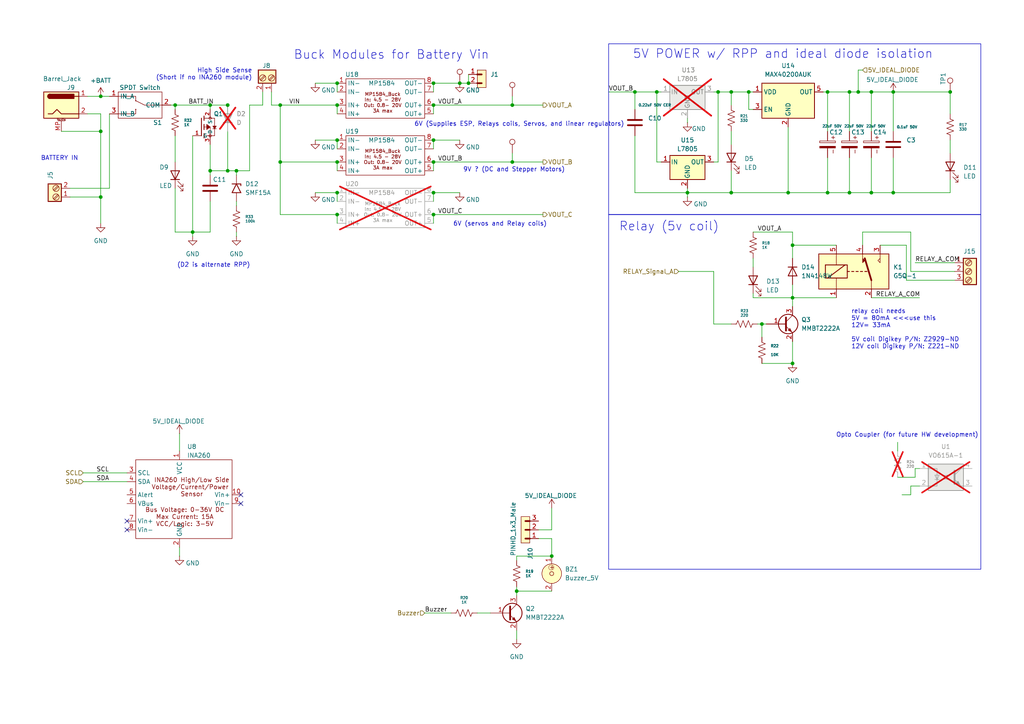
<source format=kicad_sch>
(kicad_sch (version 20231120) (generator "eeschema") (generator_version "8.0")
  (paper "A4")
  (title_block (title "IoT PlayGND") (date "Aug 26, 2025") (rev "1.1") (company "Ryan Bates [CMU MFI]"))
  (lib_symbols
    (symbol "Analog_Switch:MAX40200AUK"
      (property "Reference" "U" (at -6.35 6.35 0))
      (property "Value" "MAX40200AUK" (at 7.62 6.35 0))
      (symbol "MAX40200AUK_1_1"
        (pin power_in line (at -10.16 2.54 0) (length 2.54) (name "VDD") (number "1"))
        (pin power_in line (at 0 -7.62 90) (length 2.54) (name "GND") (number "2"))
        (pin input line (at -10.16 -2.54 0) (length 2.54) (name "EN") (number "3"))
        (pin no_connect line (at 7.62 -2.54 180) (length 2.54) hide (name "NC") (number "4"))
        (pin passive line (at 10.16 2.54 180) (length 2.54) (name "OUT") (number "5"))
      )
    )
    (symbol "Connector:Barrel_Jack_MountingPin" (pin_names hide)
      (property "Reference" "J" (at 0 5.334 0))
      (property "Value" "Barrel_Jack_MountingPin" (at 1.27 -6.35 0))
      (symbol "Barrel_Jack_MountingPin_1_1"
        (text "Mounting" (at 0 -4.191 0) (effects (font (size 0.381 0.381))))
        (pin passive line (at 7.62 2.54 180) (length 2.54) (name "~") (number "1"))
        (pin passive line (at 7.62 -2.54 180) (length 2.54) (name "~") (number "2"))
        (pin passive line (at 0 -7.62 90) (length 3.048) (name "MountPin") (number "MP"))
      )
    )
    (symbol "Connector:TestPoint" (pin_numbers hide) (pin_names (offset 0.762) hide)
      (property "Reference" "TP" (at 0 6.858 0))
      (property "Value" "TestPoint" (at 0 5.08 0))
      (symbol "TestPoint_1_1"
        (pin passive line (at 0 0 90) (length 2.54) (name "1") (number "1"))
      )
    )
    (symbol "Device:C" (pin_numbers hide) (pin_names (offset 0.254))
      (property "Reference" "C" (at 0.635 2.54 0))
      (property "Value" "C" (at 0.635 -2.54 0))
      (symbol "C_1_1"
        (pin passive line (at 0 3.81 270) (length 2.794) (name "~") (number "1"))
        (pin passive line (at 0 -3.81 90) (length 2.794) (name "~") (number "2"))
      )
    )
    (symbol "Device:D" (pin_numbers hide) (pin_names (offset 1.016) hide)
      (property "Reference" "D" (at 0 2.54 0))
      (property "Value" "D" (at 0 -2.54 0))
      (symbol "D_1_1"
        (pin passive line (at -3.81 0 0) (length 2.54) (name "K") (number "1"))
        (pin passive line (at 3.81 0 180) (length 2.54) (name "A") (number "2"))
      )
    )
    (symbol "Device:LED" (pin_numbers hide) (pin_names (offset 1.016) hide)
      (property "Reference" "D" (at 0 2.54 0))
      (property "Value" "LED" (at 0 -2.54 0))
      (symbol "LED_1_1"
        (pin passive line (at -3.81 0 0) (length 2.54) (name "K") (number "1"))
        (pin passive line (at 3.81 0 180) (length 2.54) (name "A") (number "2"))
      )
    )
    (symbol "Device:R_US" (pin_numbers hide) (pin_names (offset 0))
      (property "Reference" "R" (at 2.54 0 90))
      (property "Value" "R_US" (at -2.54 0 90))
      (symbol "R_US_1_1"
        (pin passive line (at 0 3.81 270) (length 1.27) (name "~") (number "1"))
        (pin passive line (at 0 -3.81 90) (length 1.27) (name "~") (number "2"))
      )
    )
    (symbol "Diode:1N4148W" (pin_numbers hide) (pin_names hide)
      (property "Reference" "D" (at 0 2.54 0))
      (property "Value" "1N4148W" (at 0 -2.54 0))
      (symbol "1N4148W_1_1"
        (pin passive line (at -3.81 0 0) (length 2.54) (name "K") (number "1"))
        (pin passive line (at 3.81 0 180) (length 2.54) (name "A") (number "2"))
      )
    )
    (symbol "Diode:SMF15A" (pin_numbers hide) (pin_names (offset 1.016) hide)
      (property "Reference" "D" (at 0 2.54 0))
      (property "Value" "SMF15A" (at 0 -2.54 0))
      (symbol "SMF15A_1_1"
        (pin passive line (at -3.81 0 0) (length 2.54) (name "A1") (number "1"))
        (pin passive line (at 3.81 0 180) (length 2.54) (name "A2") (number "2"))
      )
    )
    (symbol "Isolator:VO615A-1" (pin_names (offset 0.762))
      (property "Reference" "U" (at 0 7.62 0))
      (property "Value" "VO615A-1" (at 0 5.08 0))
      (symbol "VO615A-1_1_1"
        (pin passive line (at -7.62 2.54 0) (length 2.54) (name "~") (number "1"))
        (pin passive line (at -7.62 -2.54 0) (length 2.54) (name "~") (number "2"))
        (pin passive line (at 7.62 -2.54 180) (length 2.54) (name "~") (number "3"))
        (pin passive line (at 7.62 2.54 180) (length 2.54) (name "~") (number "4"))
      )
    )
    (symbol "PCM_SL_Devices:Buzzer_5V"
      (property "Reference" "BZ" (at 0 7.62 0))
      (property "Value" "Buzzer_5V" (at 0 5.08 0))
      (symbol "Buzzer_5V_0_0"
        (text "+" (at -1.778 0 0) (effects (font (size 1.27 1.27))))
      )
      (symbol "Buzzer_5V_1_1"
        (pin passive line (at -5.08 0 0) (length 2.2) (name "") (number "1"))
        (pin passive line (at 5.08 0 180) (length 2.2) (name "") (number "2"))
      )
    )
    (symbol "PCM_SL_Devices:Capacitor_PO"
      (property "Reference" "C" (at 0 7.62 0))
      (property "Value" "Capacitor_PO" (at 0 5.08 0))
      (symbol "Capacitor_PO_0_0"
        (text "+" (at -2.032 1.524 0) (effects (font (size 1.27 1.27))))
        (text "-" (at 2.032 1.524 0) (effects (font (size 1.27 1.27))))
      )
      (symbol "Capacitor_PO_1_1"
        (pin passive line (at -3.81 0 0) (length 2.7) (name "~") (number "1"))
        (pin input line (at 3.81 0 180) (length 2.7) (name "~") (number "2"))
      )
    )
    (symbol "PCM_SL_Pin_Headers:PINHD_1x2_Male"
      (property "Reference" "J" (at 0 6.35 0))
      (property "Value" "PINHD_1x2_Male" (at 0 3.81 0))
      (symbol "PINHD_1x2_Male_1_1"
        (pin passive line (at -3.81 1.27 0) (length 2.54) (name "") (number "1"))
        (pin passive line (at -3.81 -1.27 0) (length 2.54) (name "") (number "2"))
      )
    )
    (symbol "PCM_SL_Pin_Headers:PINHD_1x3_Male"
      (property "Reference" "J" (at 0 7.62 0))
      (property "Value" "PINHD_1x3_Male" (at 0 5.08 0))
      (symbol "PINHD_1x3_Male_1_1"
        (pin passive line (at -3.81 2.54 0) (length 2.54) (name "") (number "1"))
        (pin passive line (at -3.81 0 0) (length 2.54) (name "") (number "2"))
        (pin passive line (at -3.81 -2.54 0) (length 2.54) (name "") (number "3"))
      )
    )
    (symbol "PCM_SL_Screw_Terminal:Screw_Terminal_2_P3.50mm"
      (property "Reference" "J" (at 0 3.81 0))
      (property "Value" "Screw_Terminal_2_P3.50mm" (at 0 -3.81 0))
      (symbol "Screw_Terminal_2_P3.50mm_1_1"
        (pin passive line (at -3.81 1.27 0) (length 2.54) (name "") (number "1"))
        (pin passive line (at -3.81 -1.27 0) (length 2.54) (name "") (number "2"))
      )
    )
    (symbol "PCM_SL_Screw_Terminal:Screw_Terminal_3_P5.00mm"
      (property "Reference" "J" (at 0 5.842 0))
      (property "Value" "Screw_Terminal_3_P5.00mm" (at 1.27 -5.588 0))
      (symbol "Screw_Terminal_3_P5.00mm_1_1"
        (pin passive line (at -3.81 2.54 0) (length 2.54) (name "") (number "1"))
        (pin passive line (at -3.81 0 0) (length 2.54) (name "") (number "2"))
        (pin passive line (at -3.81 -2.54 0) (length 2.54) (name "") (number "3"))
      )
    )
    (symbol "Regulator_Linear:L7805" (pin_names (offset 0.254))
      (property "Reference" "U" (at -3.81 3.175 0))
      (property "Value" "L7805" (at 0 3.175 0))
      (symbol "L7805_1_1"
        (pin power_in line (at -7.62 0 0) (length 2.54) (name "IN") (number "1"))
        (pin power_in line (at 0 -7.62 90) (length 2.54) (name "GND") (number "2"))
        (pin power_out line (at 7.62 0 180) (length 2.54) (name "OUT") (number "3"))
      )
    )
    (symbol "Relay:G5Q-1"
      (property "Reference" "K" (at 11.43 3.81 0))
      (property "Value" "G5Q-1" (at 11.43 1.27 0))
      (symbol "G5Q-1_1_1"
        (pin passive line (at -5.08 -7.62 90) (length 2.54) (name "~") (number "1"))
        (pin passive line (at 5.08 -7.62 90) (length 2.54) (name "~") (number "2"))
        (pin passive line (at 7.62 7.62 270) (length 2.54) (name "~") (number "3"))
        (pin passive line (at 2.54 7.62 270) (length 2.54) (name "~") (number "4"))
        (pin passive line (at -5.08 7.62 270) (length 2.54) (name "~") (number "5"))
      )
    )
    (symbol "Ryan_Custom_Modules:INA260_Adafruit"
      (property "Reference" "U?" (at 7.366 9.398 0))
      (symbol "INA260_Adafruit_1_1"
        (text "Bus Voltage: 0-36V DC\nMax Current: 15A\nVCC/Logic: 3-5V" (at 0.254 -5.08 0) (effects (font (size 1.27 1.27))))
        (text "INA260 High/Low Side\nVoltage/Current/Power \nSensor" (at 2.286 3.556 0) (effects (font (size 1.27 1.27))))
        (pin power_in line (at -1.27 13.97 270) (length 2.54) (name "VCC") (number "1"))
        (pin power_out line (at 16.51 1.27 180) (length 2.54) (name "Vin+") (number "10"))
        (pin power_in line (at -1.27 -13.97 90) (length 2.54) (name "GND") (number "2"))
        (pin input line (at -16.51 7.62 0) (length 2.54) (name "SCL") (number "3"))
        (pin input line (at -16.51 5.08 0) (length 2.54) (name "SDA") (number "4"))
        (pin output line (at -16.51 1.27 0) (length 2.54) (name "Alert") (number "5"))
        (pin output line (at -16.51 -1.27 0) (length 2.54) (name "VBus") (number "6"))
        (pin power_in line (at -16.51 -6.35 0) (length 2.54) (name "Vin+") (number "7"))
        (pin power_in line (at -16.51 -8.89 0) (length 2.54) (name "Vin-") (number "8"))
        (pin power_out line (at 16.51 -1.27 180) (length 2.54) (name "Vin-") (number "9"))
      )
    )
    (symbol "Ryan_Custom_Modules:MOSFET_P-CH_30V_25A_TO252"
      (property "Reference" "Q" (at 2.794 -7.112 0))
      (symbol "MOSFET_P-CH_30V_25A_TO252_1_0"
        (pin passive line (at -5.08 -2.54 0) (length 2.54) (name "G") (number "1"))
        (pin passive line (at 0 5.08 270) (length 2.54) (name "S") (number "2"))
        (pin passive line (at 0 -5.08 90) (length 2.54) (name "D") (number "3"))
      )
    )
    (symbol "Ryan_Custom_Modules:MP1584_Buck"
      (property "Reference" "U?" (at 0 3.302 0))
      (symbol "MP1584_Buck_1_1"
        (text "MP1584_Buck\nIn: 4.5 - 28V\nOut: 0.8- 20V\n3A max" (at -0.762 -1.778 0) (effects (font (size 1 1))))
        (pin power_in line (at -13.97 3.81 0) (length 2.54) (name "IN-") (number "1"))
        (pin power_in line (at -13.97 1.27 0) (length 2.54) (name "IN-") (number "2"))
        (pin power_in line (at -13.97 -2.54 0) (length 2.54) (name "IN+") (number "3"))
        (pin power_in line (at -13.97 -5.08 0) (length 2.54) (name "IN+") (number "4"))
        (pin power_out line (at 13.97 -5.08 180) (length 2.54) (name "OUT+") (number "5"))
        (pin power_out line (at 13.97 -2.54 180) (length 2.54) (name "OUT+") (number "6"))
        (pin power_out line (at 13.97 1.27 180) (length 2.54) (name "OUT-") (number "7"))
        (pin power_out line (at 13.97 3.81 180) (length 2.54) (name "OUT-") (number "8"))
      )
    )
    (symbol "Ryan_Custom_Modules:SPDT_ Rocker_Switch"
      (property "Reference" "S?" (at 4.826 4.826 0))
      (symbol "SPDT_ Rocker_Switch_1_1"
        (pin bidirectional line (at -8.89 2.54 0) (length 2.54) (name "IN_A") (number "1"))
        (pin bidirectional line (at 8.89 0 180) (length 2.54) (name "COM") (number "2"))
        (pin bidirectional line (at -8.89 -2.54 0) (length 2.54) (name "IN_B") (number "3"))
      )
    )
    (symbol "Transistor_BJT:MMBT2222A" (pin_names (offset 0) hide)
      (property "Reference" "Q" (at 5.08 1.905 0))
      (property "Value" "MMBT2222A" (at 5.08 0 0))
      (symbol "MMBT2222A_1_1"
        (pin input line (at -5.08 0 0) (length 5.715) (name "B") (number "1"))
        (pin passive line (at 2.54 -5.08 90) (length 2.54) (name "E") (number "2"))
        (pin passive line (at 2.54 5.08 270) (length 2.54) (name "C") (number "3"))
      )
    )
    (symbol "power:+5V" (power) (pin_numbers hide) (pin_names (offset 0) hide)
      (property "Value" "+5V" (at 0 3.556 0))
      (symbol "+5V_1_1"
        (pin power_in line (at 0 0 90) (length 0) (name "~") (number "1"))
      )
    )
    (symbol "power:+BATT" (power) (pin_numbers hide) (pin_names (offset 0) hide)
      (property "Value" "+BATT" (at 0 3.556 0))
      (symbol "+BATT_1_1"
        (pin power_in line (at 0 0 90) (length 0) (name "~") (number "1"))
      )
    )
    (symbol "power:GND" (power) (pin_numbers hide) (pin_names (offset 0) hide)
      (property "Value" "GND" (at 0 -3.81 0))
      (symbol "GND_1_1"
        (pin power_in line (at 0 0 270) (length 0) (name "~") (number "1"))
      )
    )
  )
  (junction (at 81.28 46.99))
  (junction (at 217.17 26.67))
  (junction (at 275.59 26.67))
  (junction (at 125.73 30.48))
  (junction (at 29.21 57.15))
  (junction (at 252.73 26.67))
  (junction (at 184.15 26.67))
  (junction (at 229.87 86.36))
  (junction (at 246.38 55.88))
  (junction (at 68.58 49.53))
  (junction (at 240.03 55.88))
  (junction (at 66.04 49.53))
  (junction (at 220.98 93.98))
  (junction (at 50.8 30.48))
  (junction (at 125.73 55.88))
  (junction (at 229.87 71.12))
  (junction (at 259.08 26.67))
  (junction (at 97.79 46.99))
  (junction (at 248.92 26.67))
  (junction (at 81.28 30.48))
  (junction (at 199.39 55.88))
  (junction (at 246.38 26.67))
  (junction (at 208.28 26.67))
  (junction (at 135.89 24.13))
  (junction (at 148.59 30.48))
  (junction (at 259.08 55.88))
  (junction (at 29.21 38.1))
  (junction (at 190.5 26.67))
  (junction (at 133.35 24.13))
  (junction (at 212.09 26.67))
  (junction (at 228.6 55.88))
  (junction (at 240.03 26.67))
  (junction (at 97.79 62.23))
  (junction (at 252.73 55.88))
  (junction (at 29.21 27.94))
  (junction (at 229.87 105.41))
  (junction (at 125.73 62.23))
  (junction (at 97.79 40.64))
  (junction (at 66.04 30.48))
  (junction (at 60.96 30.48))
  (junction (at 97.79 30.48))
  (junction (at 212.09 55.88))
  (junction (at 97.79 55.88))
  (junction (at 125.73 40.64))
  (junction (at 125.73 46.99))
  (junction (at 60.96 49.53))
  (junction (at 148.59 46.99))
  (junction (at 160.02 161.29))
  (junction (at 55.88 67.31))
  (junction (at 125.73 24.13))
  (junction (at 97.79 24.13))
  (junction (at 149.86 171.45))
  (no_connect (at 36.83 151.13))
  (no_connect (at 69.85 143.51))
  (no_connect (at 69.85 146.05))
  (no_connect (at 36.83 153.67))
  (wire (pts (xy 229.87 82.55) (xy 229.87 86.36)))
  (wire (pts (xy 184.15 26.67) (xy 190.5 26.67)))
  (wire (pts (xy 220.98 93.98) (xy 220.98 97.79)))
  (wire (pts (xy 50.8 31.75) (xy 50.8 30.48)))
  (wire (pts (xy 78.74 30.48) (xy 81.28 30.48)))
  (wire (pts (xy 125.73 40.64) (xy 125.73 43.18)))
  (wire (pts (xy 29.21 33.02) (xy 25.4 33.02)))
  (wire (pts (xy 220.98 105.41) (xy 229.87 105.41)))
  (wire (pts (xy 199.39 35.56) (xy 199.39 34.29)))
  (wire (pts (xy 138.43 177.8) (xy 142.24 177.8)))
  (wire (pts (xy 265.43 76.2) (xy 276.86 76.2)))
  (wire (pts (xy 212.09 49.53) (xy 212.09 55.88)))
  (wire (pts (xy 97.79 46.99) (xy 97.79 49.53)))
  (wire (pts (xy 29.21 38.1) (xy 29.21 33.02)))
  (wire (pts (xy 125.73 24.13) (xy 125.73 26.67)))
  (wire (pts (xy 72.39 30.48) (xy 72.39 49.53)))
  (wire (pts (xy 149.86 171.45) (xy 149.86 172.72)))
  (wire (pts (xy 148.59 30.48) (xy 157.48 30.48)))
  (wire (pts (xy 228.6 36.83) (xy 228.6 55.88)))
  (wire (pts (xy 259.08 26.67) (xy 259.08 38.1)))
  (wire (pts (xy 76.2 30.48) (xy 72.39 30.48)))
  (wire (pts (xy 68.58 50.8) (xy 68.58 49.53)))
  (wire (pts (xy 262.89 71.12) (xy 262.89 81.28)))
  (wire (pts (xy 264.16 143.51) (xy 261.62 143.51)))
  (wire (pts (xy 60.96 58.42) (xy 60.96 67.31)))
  (wire (pts (xy 229.87 71.12) (xy 242.57 71.12)))
  (wire (pts (xy 199.39 55.88) (xy 184.15 55.88)))
  (wire (pts (xy 125.73 40.64) (xy 133.35 40.64)))
  (wire (pts (xy 176.53 26.67) (xy 184.15 26.67)))
  (wire (pts (xy 97.79 40.64) (xy 97.79 43.18)))
  (wire (pts (xy 60.96 67.31) (xy 55.88 67.31)))
  (wire (pts (xy 217.17 26.67) (xy 218.44 26.67)))
  (wire (pts (xy 184.15 39.37) (xy 184.15 55.88)))
  (wire (pts (xy 60.96 41.91) (xy 60.96 49.53)))
  (wire (pts (xy 97.79 30.48) (xy 97.79 33.02)))
  (wire (pts (xy 66.04 49.53) (xy 68.58 49.53)))
  (wire (pts (xy 29.21 38.1) (xy 29.21 57.15)))
  (wire (pts (xy 125.73 55.88) (xy 125.73 58.42)))
  (wire (pts (xy 275.59 26.67) (xy 275.59 33.02)))
  (wire (pts (xy 255.27 71.12) (xy 262.89 71.12)))
  (wire (pts (xy 212.09 26.67) (xy 217.17 26.67)))
  (wire (pts (xy 229.87 86.36) (xy 229.87 88.9)))
  (wire (pts (xy 264.16 78.74) (xy 276.86 78.74)))
  (wire (pts (xy 135.89 21.59) (xy 135.89 24.13)))
  (wire (pts (xy 212.09 38.1) (xy 212.09 41.91)))
  (wire (pts (xy 125.73 30.48) (xy 125.73 33.02)))
  (wire (pts (xy 275.59 40.64) (xy 275.59 44.45)))
  (wire (pts (xy 262.89 81.28) (xy 276.86 81.28)))
  (wire (pts (xy 218.44 74.93) (xy 218.44 77.47)))
  (wire (pts (xy 160.02 156.21) (xy 160.02 161.29)))
  (wire (pts (xy 76.2 26.67) (xy 76.2 30.48)))
  (wire (pts (xy 55.88 39.37) (xy 55.88 67.31)))
  (wire (pts (xy 228.6 55.88) (xy 240.03 55.88)))
  (wire (pts (xy 199.39 54.61) (xy 199.39 55.88)))
  (wire (pts (xy 190.5 46.99) (xy 191.77 46.99)))
  (wire (pts (xy 250.19 71.12) (xy 250.19 67.31)))
  (wire (pts (xy 81.28 62.23) (xy 97.79 62.23)))
  (wire (pts (xy 252.73 86.36) (xy 266.7 86.36)))
  (wire (pts (xy 246.38 26.67) (xy 248.92 26.67)))
  (wire (pts (xy 97.79 62.23) (xy 97.79 64.77)))
  (wire (pts (xy 29.21 57.15) (xy 29.21 64.77)))
  (wire (pts (xy 265.43 135.89) (xy 265.43 138.43)))
  (wire (pts (xy 208.28 26.67) (xy 212.09 26.67)))
  (wire (pts (xy 149.86 162.56) (xy 149.86 161.29)))
  (wire (pts (xy 97.79 55.88) (xy 97.79 58.42)))
  (wire (pts (xy 52.07 125.73) (xy 52.07 130.81)))
  (wire (pts (xy 229.87 99.06) (xy 229.87 105.41)))
  (wire (pts (xy 91.44 24.13) (xy 97.79 24.13)))
  (wire (pts (xy 24.13 139.7) (xy 36.83 139.7)))
  (wire (pts (xy 252.73 26.67) (xy 252.73 38.1)))
  (wire (pts (xy 81.28 46.99) (xy 97.79 46.99)))
  (wire (pts (xy 246.38 45.72) (xy 246.38 55.88)))
  (wire (pts (xy 52.07 161.29) (xy 52.07 158.75)))
  (wire (pts (xy 125.73 62.23) (xy 125.73 64.77)))
  (wire (pts (xy 125.73 46.99) (xy 148.59 46.99)))
  (wire (pts (xy 240.03 26.67) (xy 238.76 26.67)))
  (wire (pts (xy 149.86 161.29) (xy 160.02 161.29)))
  (wire (pts (xy 207.01 93.98) (xy 212.09 93.98)))
  (wire (pts (xy 66.04 33.02) (xy 66.04 30.48)))
  (wire (pts (xy 248.92 20.32) (xy 248.92 26.67)))
  (wire (pts (xy 218.44 86.36) (xy 229.87 86.36)))
  (wire (pts (xy 190.5 26.67) (xy 191.77 26.67)))
  (wire (pts (xy 240.03 26.67) (xy 246.38 26.67)))
  (wire (pts (xy 218.44 86.36) (xy 218.44 85.09)))
  (wire (pts (xy 20.32 54.61) (xy 31.75 54.61)))
  (wire (pts (xy 49.53 30.48) (xy 50.8 30.48)))
  (wire (pts (xy 240.03 26.67) (xy 240.03 38.1)))
  (wire (pts (xy 240.03 55.88) (xy 246.38 55.88)))
  (wire (pts (xy 212.09 55.88) (xy 228.6 55.88)))
  (wire (pts (xy 212.09 26.67) (xy 212.09 30.48)))
  (wire (pts (xy 207.01 78.74) (xy 207.01 93.98)))
  (wire (pts (xy 259.08 26.67) (xy 275.59 26.67)))
  (wire (pts (xy 252.73 55.88) (xy 259.08 55.88)))
  (wire (pts (xy 148.59 44.45) (xy 148.59 46.99)))
  (wire (pts (xy 91.44 55.88) (xy 97.79 55.88)))
  (wire (pts (xy 125.73 24.13) (xy 133.35 24.13)))
  (wire (pts (xy 149.86 171.45) (xy 160.02 171.45)))
  (wire (pts (xy 31.75 33.02) (xy 31.75 54.61)))
  (wire (pts (xy 29.21 27.94) (xy 31.75 27.94)))
  (wire (pts (xy 125.73 46.99) (xy 125.73 49.53)))
  (wire (pts (xy 97.79 24.13) (xy 97.79 26.67)))
  (wire (pts (xy 190.5 26.67) (xy 190.5 46.99)))
  (wire (pts (xy 264.16 140.97) (xy 264.16 143.51)))
  (wire (pts (xy 160.02 147.32) (xy 160.02 153.67)))
  (wire (pts (xy 240.03 45.72) (xy 240.03 55.88)))
  (wire (pts (xy 25.4 27.94) (xy 29.21 27.94)))
  (wire (pts (xy 265.43 135.89) (xy 266.7 135.89)))
  (wire (pts (xy 196.85 78.74) (xy 207.01 78.74)))
  (wire (pts (xy 60.96 30.48) (xy 66.04 30.48)))
  (wire (pts (xy 217.17 26.67) (xy 217.17 31.75)))
  (wire (pts (xy 208.28 26.67) (xy 208.28 46.99)))
  (wire (pts (xy 218.44 67.31) (xy 229.87 67.31)))
  (wire (pts (xy 66.04 38.1) (xy 66.04 49.53)))
  (wire (pts (xy 250.19 67.31) (xy 264.16 67.31)))
  (wire (pts (xy 229.87 86.36) (xy 242.57 86.36)))
  (wire (pts (xy 259.08 55.88) (xy 275.59 55.88)))
  (wire (pts (xy 78.74 26.67) (xy 78.74 30.48)))
  (wire (pts (xy 60.96 50.8) (xy 60.96 49.53)))
  (wire (pts (xy 125.73 62.23) (xy 157.48 62.23)))
  (wire (pts (xy 123.19 177.8) (xy 130.81 177.8)))
  (wire (pts (xy 264.16 67.31) (xy 264.16 78.74)))
  (wire (pts (xy 208.28 26.67) (xy 207.01 26.67)))
  (wire (pts (xy 68.58 68.58) (xy 68.58 67.31)))
  (wire (pts (xy 50.8 67.31) (xy 55.88 67.31)))
  (wire (pts (xy 91.44 40.64) (xy 97.79 40.64)))
  (wire (pts (xy 60.96 30.48) (xy 60.96 31.75)))
  (wire (pts (xy 252.73 45.72) (xy 252.73 55.88)))
  (wire (pts (xy 208.28 46.99) (xy 207.01 46.99)))
  (wire (pts (xy 55.88 68.58) (xy 55.88 67.31)))
  (wire (pts (xy 50.8 30.48) (xy 60.96 30.48)))
  (wire (pts (xy 264.16 140.97) (xy 266.7 140.97)))
  (wire (pts (xy 199.39 57.15) (xy 199.39 55.88)))
  (wire (pts (xy 156.21 153.67) (xy 160.02 153.67)))
  (wire (pts (xy 125.73 55.88) (xy 133.35 55.88)))
  (wire (pts (xy 148.59 27.94) (xy 148.59 30.48)))
  (wire (pts (xy 149.86 182.88) (xy 149.86 185.42)))
  (wire (pts (xy 149.86 170.18) (xy 149.86 171.45)))
  (wire (pts (xy 156.21 156.21) (xy 160.02 156.21)))
  (wire (pts (xy 260.35 130.81) (xy 260.35 128.27)))
  (wire (pts (xy 81.28 30.48) (xy 97.79 30.48)))
  (wire (pts (xy 50.8 39.37) (xy 50.8 46.99)))
  (wire (pts (xy 50.8 54.61) (xy 50.8 67.31)))
  (wire (pts (xy 275.59 55.88) (xy 275.59 52.07)))
  (wire (pts (xy 148.59 46.99) (xy 157.48 46.99)))
  (wire (pts (xy 81.28 30.48) (xy 81.28 46.99)))
  (wire (pts (xy 72.39 49.53) (xy 68.58 49.53)))
  (wire (pts (xy 252.73 26.67) (xy 259.08 26.67)))
  (wire (pts (xy 199.39 55.88) (xy 212.09 55.88)))
  (wire (pts (xy 246.38 26.67) (xy 246.38 38.1)))
  (wire (pts (xy 229.87 71.12) (xy 229.87 67.31)))
  (wire (pts (xy 60.96 49.53) (xy 66.04 49.53)))
  (wire (pts (xy 81.28 46.99) (xy 81.28 62.23)))
  (wire (pts (xy 217.17 31.75) (xy 218.44 31.75)))
  (wire (pts (xy 125.73 30.48) (xy 148.59 30.48)))
  (wire (pts (xy 229.87 74.93) (xy 229.87 71.12)))
  (wire (pts (xy 248.92 26.67) (xy 252.73 26.67)))
  (wire (pts (xy 246.38 55.88) (xy 252.73 55.88)))
  (wire (pts (xy 24.13 137.16) (xy 36.83 137.16)))
  (wire (pts (xy 133.35 24.13) (xy 135.89 24.13)))
  (wire (pts (xy 220.98 93.98) (xy 222.25 93.98)))
  (wire (pts (xy 184.15 31.75) (xy 184.15 26.67)))
  (wire (pts (xy 68.58 59.69) (xy 68.58 58.42)))
  (wire (pts (xy 265.43 138.43) (xy 260.35 138.43)))
  (wire (pts (xy 17.78 38.1) (xy 29.21 38.1)))
  (wire (pts (xy 219.71 93.98) (xy 220.98 93.98)))
  (wire (pts (xy 259.08 45.72) (xy 259.08 55.88)))
  (wire (pts (xy 250.19 20.32) (xy 248.92 20.32)))
  (wire (pts (xy 20.32 57.15) (xy 29.21 57.15)))
  (rectangle (start 176.53 12.7) (end 284.48 62.23))
  (rectangle (start 176.53 62.23) (end 284.48 165.1))
  (text_box "TPS56837Hx 4.5V to 28V Input, 8A, Synchronous Buck Converter ($2.75)\n\nLMR33630ADDA 3.8V to 36V, 3A Synchronous Buck Converter ($2.15 ea)\n\n\nLM340MPX-5.0/NOPB REG LINEAR 5V 1.5A SOT223-4" (at -68.58 173.99 0) (size 53.34 19.05) (effects (font (size 1.27 1.27)) (justify left top)))
  (text "relay coil needs \n5V = 80mA <<<use this\n12V= 33mA\n\n5V coil Digikey P/N: Z2929-ND   \n12V coil Digikey P/N: Z221-ND" (at 246.888 95.504 0) (effects (font (size 1.27 1.27)) (justify left)))
  (text "Relay (5v coil)" (at 194.056 65.786 0) (effects (font (size 2.54 2.54))))
  (text "5V POWER w/ RPP and ideal diode isolation" (at 227.076 15.748 0) (effects (font (size 2.54 2.54))))
  (text "6V (Supplies ESP, Relays coils, Servos, and linear regulators)" (at 150.622 36.068 0) (effects (font (size 1.27 1.27))))
  (text "9V ? (DC and Stepper Motors)" (at 149.098 49.276 0) (effects (font (size 1.27 1.27))))
  (text "(D2 is alternate RPP)" (at 61.976 76.962 0) (effects (font (size 1.27 1.27))))
  (text "BATTERY IN" (at 17.272 45.974 0) (effects (font (size 1.27 1.27))))
  (text "6V (servos and Relay coils)" (at 145.034 65.024 0) (effects (font (size 1.27 1.27))))
  (text "High Side Sense\n(Short if no INA260 module)" (at 73.152 21.59 0) (effects (font (size 1.27 1.27)) (justify right)))
  (text "Buck Modules for Battery Vin" (at 113.538 16.002 0) (effects (font (size 2.54 2.54))))
  (text "Opto Coupler (for future HW development)\n" (at 263.144 126.238 0) (effects (font (size 1.27 1.27))))
  (label "RELAY_A_COM" (at 254 86.36 0))
  (label "Buzzer" (at 123.19 177.8 0))
  (label "VOUT_A" (at 219.71 67.31 0))
  (label "VIN" (at 83.82 30.48 0))
  (label "RELAY_A_COM" (at 265.43 76.2 0))
  (label "VOUT_B" (at 176.53 26.67 0))
  (label "BATT_IN" (at 54.61 30.48 0))
  (label "SCL" (at 27.94 137.16 0))
  (label "VOUT_B" (at 127 46.99 0))
  (label "SDA" (at 27.94 139.7 0))
  (label "VOUT_C" (at 127 62.23 0))
  (label "VOUT_A" (at 127 30.48 0))
  (hierarchical_label "VOUT_C" (shape output) (at 157.48 62.23 0))
  (hierarchical_label "VOUT_A" (shape output) (at 157.48 30.48 0))
  (hierarchical_label "VOUT_B" (shape output) (at 157.48 46.99 0))
  (hierarchical_label "Buzzer" (shape input) (at 123.19 177.8 180))
  (hierarchical_label "SDA" (shape input) (at 24.13 139.7 180))
  (hierarchical_label "RELAY_Signal_A" (shape input) (at 196.85 78.74 180))
  (hierarchical_label "SCL" (shape input) (at 24.13 137.16 180))
  (hierarchical_label "5V_IDEAL_DIODE" (shape input) (at 250.19 20.32 0))
  (symbol (lib_id "power:GND") (at 229.87 105.41 0) (unit 1)
    (property "Reference" "#PWR052" (effects (hide yes)))
    (property "Value" "GND" (at 229.87 110.49 0))
    (property "Description" "Power symbol creates a global label with name \"GND\" , ground" (effects (hide yes)))
  )
  (symbol (lib_id "power:+BATT") (at 29.21 27.94 0) (unit 1)
    (property "Reference" "#PWR031" (effects (hide yes)))
    (property "Value" "+BATT" (at 29.21 23.368 0))
    (property "Description" "Power symbol creates a global label with name \"+BATT\"" (effects (hide yes)))
  )
  (symbol (lib_id "Device:R_US") (at 220.98 101.6 180) (unit 1)
    (property "Reference" "R22" (at 223.52 100.3299 0) (effects (font (size 0.762 0.762)) (justify right)))
    (property "Value" "10K" (at 223.52 102.8699 0) (effects (font (size 0.762 0.762)) (justify right)))
    (property "Footprint" "Resistor_SMD:R_1206_3216Metric" (effects (hide yes)))
    (property "Description" "Resistor, US symbol" (effects (hide yes)))
    (property "DigiKey P/N" "311-10.0KFRCT-ND" (effects (hide yes)))
  )
  (symbol (lib_id "Device:LED") (at 275.59 48.26 90) (unit 1) (in_bom no)
    (property "Reference" "D11" (at 279.4 48.5774 90) (effects (justify right)))
    (property "Value" "LED" (at 279.4 51.1174 90) (effects (justify right)))
    (property "Footprint" "LED_SMD:LED_1206_3216Metric" (effects (hide yes)))
    (property "Description" "Light emitting diode" (effects (hide yes)))
    (property "DigiKey P/N" "1080-1419-1-ND" (effects (hide yes)))
  )
  (symbol (lib_id "PCM_SL_Devices:Capacitor_PO") (at 252.73 41.91 270) (unit 1)
    (property "Reference" "C14" (at 253.238 38.354 90) (effects (justify left)))
    (property "Value" "22uF 50V" (at 251.206 36.576 90) (effects (font (size 0.762 0.762)) (justify left)))
    (property "Footprint" "Capacitor_SMD:CP_Elec_5x5.3" (effects (hide yes)))
    (property "Description" "Polarized Capacitor" (effects (hide yes)))
    (property "DigiKey P/N" "399-11438-1-ND" (effects (hide yes)))
  )
  (symbol (lib_id "Device:R_US") (at 68.58 63.5 0) (unit 1)
    (property "Reference" "R33" (at 71.12 62.865 0) (effects (font (size 0.762 0.762)) (justify left)))
    (property "Value" "100k" (at 71.12 64.135 0) (effects (font (size 0.762 0.762)) (justify left)))
    (property "Footprint" "Resistor_SMD:R_1206_3216Metric" (effects (hide yes)))
    (property "Description" "Resistor, US symbol" (effects (hide yes)))
    (property "DigiKey P/N" "311-100KFRCT-ND" (effects (hide yes)))
  )
  (symbol (lib_id "Device:LED") (at 218.44 81.28 90) (unit 1) (in_bom no)
    (property "Reference" "D13" (at 222.25 81.5974 90) (effects (justify right)))
    (property "Value" "LED" (at 222.25 84.1374 90) (effects (justify right)))
    (property "Footprint" "LED_SMD:LED_1206_3216Metric" (effects (hide yes)))
    (property "Description" "Light emitting diode" (effects (hide yes)))
    (property "DigiKey P/N" "1080-1419-1-ND" (effects (hide yes)))
  )
  (symbol (lib_id "power:GND") (at 68.58 68.58 0) (unit 1)
    (property "Reference" "#PWR028" (effects (hide yes)))
    (property "Value" "GND" (at 68.58 73.66 0))
    (property "Description" "Power symbol creates a global label with name \"GND\" , ground" (effects (hide yes)))
  )
  (symbol (lib_id "power:GND") (at 133.35 55.88 0) (unit 1)
    (property "Reference" "#PWR045" (effects (hide yes)))
    (property "Value" "GND" (at 137.16 57.912 0))
    (property "Description" "Power symbol creates a global label with name \"GND\" , ground" (effects (hide yes)))
  )
  (symbol (lib_id "Connector:TestPoint") (at 148.59 44.45 0) (unit 1) (in_bom no)
    (property "Reference" "TP11" (effects (hide yes)))
    (property "Value" "TestPoint" (effects (hide yes)))
    (property "Footprint" "TestPoint:TestPoint_Pad_1.5x1.5mm" (effects (hide yes)))
    (property "Description" "test point" (effects (hide yes)))
  )
  (symbol (lib_id "Ryan_Custom_Modules:SPDT_ Rocker_Switch") (at 40.64 30.48 0) (unit 1)
    (property "Reference" "S1" (at 45.72 35.56 0))
    (property "Value" "SPDT Switch" (at 40.64 25.4 0))
    (property "Footprint" "Ryan_Custom_Modules:SPDT_ Rocker_Switch" (effects (hide yes)))
    (property "DigiKey P/N" "EG5617-ND" (effects (hide yes)))
  )
  (symbol (lib_id "power:GND") (at 199.39 57.15 0) (unit 1)
    (property "Reference" "#PWR037" (effects (hide yes)))
    (property "Value" "GND" (at 203.2 59.182 0))
    (property "Description" "Power symbol creates a global label with name \"GND\" , ground" (effects (hide yes)))
  )
  (symbol (lib_id "Device:D") (at 66.04 34.29 90) (unit 1) (dnp yes)
    (property "Reference" "D2" (at 68.58 33.0199 90) (effects (justify right)))
    (property "Value" "D" (at 68.58 35.5599 90) (effects (justify right)))
    (property "Footprint" "Diode_SMD:D_SMC_Handsoldering" (effects (hide yes)))
    (property "Description" "Diode" (effects (hide yes)))
    (property "Sim.Device" "D" (effects (hide yes)))
    (property "Sim.Pins" "1=K 2=A" (effects (hide yes)))
    (property "DigiKey P/N" "S5AC-FDICT-ND" (effects (hide yes)))
  )
  (symbol (lib_id "Device:R_US") (at 275.59 36.83 0) (unit 1)
    (property "Reference" "R17" (at 278.13 36.195 0) (effects (font (size 0.762 0.762)) (justify left)))
    (property "Value" "330" (at 278.13 37.465 0) (effects (font (size 0.762 0.762)) (justify left)))
    (property "Footprint" "Resistor_SMD:R_1206_3216Metric" (effects (hide yes)))
    (property "Description" "Resistor, US symbol" (effects (hide yes)))
    (property "DigiKey P/N" "311-330FRCT-ND" (effects (hide yes)))
  )
  (symbol (lib_id "Device:R_US") (at 215.9 93.98 270) (unit 1)
    (property "Reference" "R23" (at 215.9 90.17 90) (effects (font (size 0.762 0.762))))
    (property "Value" "220" (at 215.9 91.44 90) (effects (font (size 0.762 0.762))))
    (property "Footprint" "Resistor_SMD:R_1206_3216Metric" (effects (hide yes)))
    (property "Description" "Resistor, US symbol" (effects (hide yes)))
    (property "DigiKey P/N" "311-220FRCT-ND" (effects (hide yes)))
  )
  (symbol (lib_id "Device:R_US") (at 134.62 177.8 90) (unit 1)
    (property "Reference" "R20" (at 134.62 173.385 90) (effects (font (size 0.762 0.762))))
    (property "Value" "1K" (at 134.62 174.655 90) (effects (font (size 0.762 0.762))))
    (property "Footprint" "Resistor_SMD:R_1206_3216Metric" (effects (hide yes)))
    (property "Description" "Resistor, US symbol" (effects (hide yes)))
    (property "DigiKey P/N" "311-1.00KFRCT-ND" (effects (hide yes)))
  )
  (symbol (lib_id "PCM_SL_Devices:Buzzer_5V") (at 160.02 166.37 270) (unit 1)
    (property "Reference" "BZ1" (at 163.83 165.0999 90) (effects (justify left)))
    (property "Value" "Buzzer_5V" (at 163.83 167.6399 90) (effects (justify left)))
    (property "Footprint" "Buzzer_Beeper:MagneticBuzzer_ProSignal_ABT-410-RC" (effects (hide yes)))
    (property "Description" "Buzzer 5V" (effects (hide yes)))
    (property "DigiKey P/N" "445-2525-1-ND" (effects (hide yes)))
  )
  (symbol (lib_id "power:GND") (at 91.44 24.13 0) (unit 1)
    (property "Reference" "#PWR039" (effects (hide yes)))
    (property "Value" "GND" (at 95.25 26.162 0))
    (property "Description" "Power symbol creates a global label with name \"GND\" , ground" (effects (hide yes)))
  )
  (symbol (lib_id "Isolator:VO615A-1") (at 274.32 138.43 0) (unit 1) (in_bom no) (on_board no) (dnp yes)
    (property "Reference" "U1" (at 274.32 129.54 0))
    (property "Value" "VO615A-1" (at 274.32 132.08 0))
    (property "Footprint" "Package_DIP:SMDIP-4_W7.62mm" (effects (hide yes)))
    (property "Datasheet" "https://www.americanbrightled.com/pdffiles/ir-uv/ir/APC-817.pdf" (effects (hide yes)))
    (property "Description" "OPTOISOLATOR 5KV 1CH TRANS 4-SMD" (effects (hide yes)))
    (property "DigiKey P/N" "2007-APC-817C1-SLCT-ND" (effects (hide yes)))
  )
  (symbol (lib_id "Device:R_US") (at 50.8 35.56 0) (unit 1)
    (property "Reference" "R32" (at 53.34 34.925 0) (effects (font (size 0.762 0.762)) (justify left)))
    (property "Value" "1K" (at 53.34 36.195 0) (effects (font (size 0.762 0.762)) (justify left)))
    (property "Footprint" "Resistor_SMD:R_1206_3216Metric" (effects (hide yes)))
    (property "Description" "Resistor, US symbol" (effects (hide yes)))
    (property "DigiKey P/N" "311-1.00KFRCT-ND" (effects (hide yes)))
  )
  (symbol (lib_id "Connector:Barrel_Jack_MountingPin") (at 17.78 30.48 0) (unit 1) (in_bom no)
    (property "Reference" "J9" (at 20.574 25.4 0))
    (property "Value" "Barrel_Jack" (at 18.034 22.86 0))
    (property "Footprint" "Connector_BarrelJack:BarrelJack_GCT_DCJ200-10-A_Horizontal" (effects (hide yes)))
    (property "Description" "DC Barrel Jack with a mounting pin" (effects (hide yes)))
    (property "DigiKey P/N" "EJ508A-ND" (effects (hide yes)))
  )
  (symbol (lib_id "Analog_Switch:MAX40200AUK") (at 228.6 29.21 0) (unit 1)
    (property "Reference" "U14" (at 228.6 19.05 0))
    (property "Value" "MAX40200AUK" (at 228.6 21.59 0))
    (property "Footprint" "Package_TO_SOT_SMD:SOT-23-5" (effects (hide yes)))
    (property "Datasheet" "https://datasheets.maximintegrated.com/en/ds/MAX40200.pdf" (effects (hide yes)))
    (property "Description" "Ideal Diode, Ultra-Low Voltage Drop, 1.5-5.5V, 1A, SOT-23-5" (effects (hide yes)))
    (property "DigiKey P/N" "175-MAX40203AUK+TCT-ND" (effects (hide yes)))
  )
  (symbol (lib_id "power:+5V") (at 259.08 26.67 0) (unit 1)
    (property "Reference" "#PWR032" (effects (hide yes)))
    (property "Value" "5V_IDEAL_DIODE" (at 258.826 23.114 0))
    (property "Description" "Power symbol creates a global label with name \"+5V\"" (effects (hide yes)))
  )
  (symbol (lib_id "PCM_SL_Devices:Capacitor_PO") (at 240.03 41.91 270) (unit 1)
    (property "Reference" "C12" (at 240.538 38.354 90) (effects (justify left)))
    (property "Value" "22uF 50V" (at 238.506 36.576 90) (effects (font (size 0.762 0.762)) (justify left)))
    (property "Footprint" "Capacitor_SMD:CP_Elec_5x5.3" (effects (hide yes)))
    (property "Description" "Polarized Capacitor" (effects (hide yes)))
    (property "DigiKey P/N" "399-11438-1-ND" (effects (hide yes)))
  )
  (symbol (lib_id "Device:R_US") (at 149.86 166.37 0) (unit 1)
    (property "Reference" "R19" (at 152.4 165.735 0) (effects (font (size 0.762 0.762)) (justify left)))
    (property "Value" "1K" (at 152.4 167.005 0) (effects (font (size 0.762 0.762)) (justify left)))
    (property "Footprint" "Resistor_SMD:R_1206_3216Metric" (effects (hide yes)))
    (property "Description" "Resistor, US symbol" (effects (hide yes)))
    (property "DigiKey P/N" "311-1.00KFRCT-ND" (effects (hide yes)))
  )
  (symbol (lib_id "Device:LED") (at 212.09 45.72 90) (unit 1) (in_bom no)
    (property "Reference" "D5" (at 215.9 46.0374 90) (effects (justify right)))
    (property "Value" "LED" (at 215.9 48.5774 90) (effects (justify right)))
    (property "Footprint" "LED_SMD:LED_1206_3216Metric" (effects (hide yes)))
    (property "Description" "Light emitting diode" (effects (hide yes)))
    (property "DigiKey P/N" "1080-1419-1-ND" (effects (hide yes)))
  )
  (symbol (lib_id "power:+5V") (at 52.07 125.73 0) (unit 1)
    (property "Reference" "#PWR07" (effects (hide yes)))
    (property "Value" "5V_IDEAL_DIODE" (at 51.816 122.174 0))
    (property "Description" "Power symbol creates a global label with name \"+5V\"" (effects (hide yes)))
  )
  (symbol (lib_id "PCM_SL_Pin_Headers:PINHD_1x2_Male") (at 139.7 22.86 0) (unit 1) (in_bom no)
    (property "Reference" "J1" (at 142.24 21.5899 0) (effects (justify left)))
    (property "Value" "PINHD_1x2_Male" (effects (hide yes)))
    (property "Footprint" "Connector_PinHeader_2.54mm:PinHeader_1x02_P2.54mm_Vertical" (effects (hide yes)))
    (property "Description" "Pin Header male with pin space 2.54mm. Pin Count -2" (effects (hide yes)))
  )
  (symbol (lib_id "power:GND") (at 133.35 40.64 0) (unit 1)
    (property "Reference" "#PWR042" (effects (hide yes)))
    (property "Value" "GND" (at 137.16 42.672 0))
    (property "Description" "Power symbol creates a global label with name \"GND\" , ground" (effects (hide yes)))
  )
  (symbol (lib_id "Connector:TestPoint") (at 133.35 24.13 0) (unit 1) (in_bom no)
    (property "Reference" "TP12" (effects (hide yes)))
    (property "Value" "TestPoint" (effects (hide yes)))
    (property "Footprint" "TestPoint:TestPoint_Pad_1.5x1.5mm" (effects (hide yes)))
    (property "Description" "test point" (effects (hide yes)))
  )
  (symbol (lib_id "power:GND") (at 29.21 64.77 0) (unit 1)
    (property "Reference" "#PWR038" (effects (hide yes)))
    (property "Value" "GND" (at 29.21 69.85 0))
    (property "Description" "Power symbol creates a global label with name \"GND\" , ground" (effects (hide yes)))
  )
  (symbol (lib_id "Ryan_Custom_Modules:MP1584_Buck") (at 111.76 44.45 0) (unit 1)
    (property "Reference" "U19" (at 102.108 38.1 0))
    (property "Value" "MP1584" (at 110.744 40.64 0))
    (property "Footprint" "Ryan_Custom_Modules:MP1584" (effects (hide yes)))
    (property "AliExpress Link" "https://www.aliexpress.us/item/3256806890547813.html" (effects (hide yes)))
  )
  (symbol (lib_id "power:GND") (at 91.44 40.64 0) (unit 1)
    (property "Reference" "#PWR041" (effects (hide yes)))
    (property "Value" "GND" (at 95.25 42.672 0))
    (property "Description" "Power symbol creates a global label with name \"GND\" , ground" (effects (hide yes)))
  )
  (symbol (lib_id "Connector:TestPoint") (at 275.59 26.67 0) (unit 1) (in_bom no) (on_board no)
    (property "Reference" "TP1" (at 273.558 24.638 90) (effects (justify left)))
    (property "Value" "TestPoint" (effects (hide yes)))
    (property "Footprint" "TestPoint:TestPoint_Pad_2.0x2.0mm" (effects (hide yes)))
    (property "Description" "test point" (effects (hide yes)))
  )
  (symbol (lib_id "PCM_SL_Screw_Terminal:Screw_Terminal_2_P3.50mm") (at 16.51 55.88 180) (unit 1)
    (property "Reference" "J5" (at 14.6049 52.07 90) (effects (justify right)))
    (property "Value" "Screw_Terminal_2_P3.50mm" (effects (hide yes)))
    (property "Footprint" "TerminalBlock_Phoenix:TerminalBlock_Phoenix_PT-1,5-2-3.5-H_1x02_P3.50mm_Horizontal" (effects (hide yes)))
    (property "DigiKey P/N" "732-2747-ND" (effects (hide yes)))
  )
  (symbol (lib_id "power:GND") (at 133.35 24.13 0) (unit 1)
    (property "Reference" "#PWR040" (effects (hide yes)))
    (property "Value" "GND" (at 137.16 26.162 0))
    (property "Description" "Power symbol creates a global label with name \"GND\" , ground" (effects (hide yes)))
  )
  (symbol (lib_id "Diode:SMF15A") (at 68.58 54.61 270) (unit 1)
    (property "Reference" "D12" (at 71.12 53.3399 90) (effects (justify left)))
    (property "Value" "SMF15A" (at 71.12 55.8799 90) (effects (justify left)))
    (property "Footprint" "Diode_SMD:D_SMF" (effects (hide yes)))
    (property "Datasheet" "https://www.vishay.com/doc?85881" (effects (hide yes)))
    (property "Description" "200W unidirectional Transil Transient Voltage Suppressor, 15Vrwm, SMF" (effects (hide yes)))
    (property "DigiKey P/N" "SMF15A-E3-08CT-ND" (effects (hide yes)))
  )
  (symbol (lib_id "PCM_SL_Screw_Terminal:Screw_Terminal_2_P3.50mm") (at 77.47 22.86 270) (mirror x) (unit 1)
    (property "Reference" "J8" (at 78.486 19.05 90) (effects (justify right)))
    (property "Value" "Screw_Terminal_2_P3.50mm" (effects (hide yes)))
    (property "Footprint" "TerminalBlock_Phoenix:TerminalBlock_Phoenix_PT-1,5-2-3.5-H_1x02_P3.50mm_Horizontal" (effects (hide yes)))
    (property "DigiKey P/N" "732-2747-ND" (effects (hide yes)))
  )
  (symbol (lib_id "Device:C") (at 60.96 54.61 0) (unit 1)
    (property "Reference" "C11" (at 61.722 52.07 0) (effects (justify left)))
    (property "Value" "0.22uF 50V CER" (effects (hide yes)))
    (property "Footprint" "Capacitor_SMD:C_1206_3216Metric" (effects (hide yes)))
    (property "Description" "Unpolarized capacitor" (effects (hide yes)))
    (property "DigiKey P/N" "445-2283-1-ND" (effects (hide yes)))
  )
  (symbol (lib_id "Connector:TestPoint") (at 148.59 27.94 0) (unit 1) (in_bom no)
    (property "Reference" "TP10" (effects (hide yes)))
    (property "Value" "TestPoint" (effects (hide yes)))
    (property "Footprint" "TestPoint:TestPoint_Pad_1.5x1.5mm" (effects (hide yes)))
    (property "Description" "test point" (effects (hide yes)))
  )
  (symbol (lib_id "Diode:1N4148W") (at 229.87 78.74 270) (unit 1)
    (property "Reference" "D14" (at 232.41 77.4699 90) (effects (justify left)))
    (property "Value" "1N4148W" (at 232.41 80.0099 90) (effects (justify left)))
    (property "Footprint" "Diode_SMD:D_SOD-123" (effects (hide yes)))
    (property "Datasheet" "https://www.vishay.com/docs/85748/1n4148w.pdf" (effects (hide yes)))
    (property "Description" "75V 0.15A Fast Switching Diode, SOD-123" (effects (hide yes)))
    (property "Sim.Device" "D" (effects (hide yes)))
    (property "Sim.Pins" "1=K 2=A" (effects (hide yes)))
    (property "DigiKey P/N" "4878-1N4148WCT-ND" (effects (hide yes)))
  )
  (symbol (lib_id "PCM_SL_Pin_Headers:PINHD_1x3_Male") (at 152.4 153.67 180) (unit 1) (in_bom no)
    (property "Reference" "J10" (at 153.7951 158.75 90) (effects (justify left)))
    (property "Value" "PINHD_1x3_Male" (at 148.844 145.542 90) (effects (justify left)))
    (property "Footprint" "Connector_PinHeader_2.54mm:PinHeader_1x03_P2.54mm_Vertical" (effects (hide yes)))
    (property "Description" "Pin Header male with pin space 2.54mm. Pin Count -3" (effects (hide yes)))
    (property "DigiKey P/N" "S1012EC-40-ND" (effects (hide yes)))
  )
  (symbol (lib_id "Device:R_US") (at 212.09 34.29 0) (unit 1)
    (property "Reference" "R21" (at 214.63 33.655 0) (effects (font (size 0.762 0.762)) (justify left)))
    (property "Value" "330" (at 214.63 34.925 0) (effects (font (size 0.762 0.762)) (justify left)))
    (property "Footprint" "Resistor_SMD:R_1206_3216Metric" (effects (hide yes)))
    (property "Description" "Resistor, US symbol" (effects (hide yes)))
    (property "DigiKey P/N" "311-330FRCT-ND" (effects (hide yes)))
  )
  (symbol (lib_id "Regulator_Linear:L7805") (at 199.39 26.67 0) (unit 1) (in_bom no) (on_board no) (dnp yes)
    (property "Reference" "U13" (at 199.644 20.32 0))
    (property "Value" "L7805" (at 199.39 22.86 0))
    (property "Footprint" "Package_TO_SOT_THT:TO-220-3_Vertical" (effects (hide yes)))
    (property "Datasheet" "http://www.st.com/content/ccc/resource/technical/document/datasheet/41/4f/b3/b0/12/d4/47/88/CD00000444.pdf/files/CD00000444.pdf/jcr:content/translations/en.CD00000444.pdf" (effects (hide yes)))
    (property "Description" "Positive 1.5A 35V Linear Regulator, Fixed Output 5V, TO-220/TO-263/TO-252" (effects (hide yes)))
  )
  (symbol (lib_id "power:+5V") (at 160.02 147.32 0) (unit 1)
    (property "Reference" "#PWR02" (effects (hide yes)))
    (property "Value" "5V_IDEAL_DIODE" (at 159.766 143.764 0))
    (property "Description" "Power symbol creates a global label with name \"+5V\"" (effects (hide yes)))
  )
  (symbol (lib_id "Device:R_US") (at 218.44 71.12 0) (unit 1)
    (property "Reference" "R18" (at 220.98 70.485 0) (effects (font (size 0.762 0.762)) (justify left)))
    (property "Value" "1K" (at 220.98 71.755 0) (effects (font (size 0.762 0.762)) (justify left)))
    (property "Footprint" "Resistor_SMD:R_1206_3216Metric" (effects (hide yes)))
    (property "Description" "Resistor, US symbol" (effects (hide yes)))
    (property "DigiKey P/N" "311-1.00KFRCT-ND" (effects (hide yes)))
  )
  (symbol (lib_id "Transistor_BJT:MMBT2222A") (at 147.32 177.8 0) (unit 1)
    (property "Reference" "Q2" (at 152.4 176.5299 0) (effects (justify left)))
    (property "Value" "MMBT2222A" (at 152.4 179.0699 0) (effects (justify left)))
    (property "Footprint" "Package_TO_SOT_SMD:SOT-23" (effects (hide yes)))
    (property "Datasheet" "https://assets.nexperia.com/documents/data-sheet/MMBT2222A.pdf" (effects (hide yes)))
    (property "Description" "600mA Ic, 40V Vce, NPN Transistor, SOT-23" (effects (hide yes)))
    (property "DigiKey P/N" "MMBT2222ATPMSCT-ND" (effects (hide yes)))
  )
  (symbol (lib_id "Regulator_Linear:L7805") (at 199.39 46.99 0) (unit 1)
    (property "Reference" "U15" (at 199.39 40.64 0))
    (property "Value" "L7805" (at 199.39 43.18 0))
    (property "Footprint" "Package_TO_SOT_SMD:TO-252-2" (effects (hide yes)))
    (property "Datasheet" "http://www.st.com/content/ccc/resource/technical/document/datasheet/41/4f/b3/b0/12/d4/47/88/CD00000444.pdf/files/CD00000444.pdf/jcr:content/translations/en.CD00000444.pdf" (effects (hide yes)))
    (property "Description" "Positive 1.5A 35V Linear Regulator, Fixed Output 5V, TO-220/TO-263/TO-252" (effects (hide yes)))
    (property "DigiKey P/N" "497-7255-1-ND" (effects (hide yes)))
  )
  (symbol (lib_id "Device:C") (at 259.08 41.91 0) (unit 1)
    (property "Reference" "C3" (at 262.89 40.6399 0) (effects (justify left)))
    (property "Value" "0.1uF 50V" (at 260.096 36.83 0) (effects (font (size 0.762 0.762)) (justify left)))
    (property "Footprint" "Capacitor_SMD:C_1206_3216Metric" (effects (hide yes)))
    (property "Description" "Unpolarized capacitor" (effects (hide yes)))
    (property "DigiKey P/N" "1276-1068-1-ND" (effects (hide yes)))
  )
  (symbol (lib_id "Device:R_US") (at 260.35 134.62 180) (unit 1) (in_bom no) (on_board no) (dnp yes)
    (property "Reference" "R24" (at 262.89 133.985 0) (effects (font (size 0.762 0.762)) (justify right)))
    (property "Value" "220" (at 262.89 135.255 0) (effects (font (size 0.762 0.762)) (justify right)))
    (property "Footprint" "Resistor_SMD:R_1206_3216Metric" (effects (hide yes)))
    (property "Description" "Resistor, US symbol" (effects (hide yes)))
    (property "DigiKey P/N" "--------------" (effects (hide yes)))
  )
  (symbol (lib_id "power:GND") (at 149.86 185.42 0) (unit 1)
    (property "Reference" "#PWR043" (effects (hide yes)))
    (property "Value" "GND" (at 149.86 190.5 0))
    (property "Description" "Power symbol creates a global label with name \"GND\" , ground" (effects (hide yes)))
  )
  (symbol (lib_id "Ryan_Custom_Modules:INA260_Adafruit") (at 53.34 144.78 0) (unit 1)
    (property "Reference" "U8" (at 54.2641 129.54 0) (effects (justify left)))
    (property "Value" "INA260" (at 54.2641 132.08 0) (effects (justify left)))
    (property "Footprint" "Ryan Custom Modules:INA260_Adafruit" (effects (hide yes)))
    (property "Adafruit P/N" "4226" (effects (hide yes)))
  )
  (symbol (lib_id "Device:LED") (at 50.8 50.8 90) (unit 1) (in_bom no)
    (property "Reference" "D9" (at 46.228 48.514 90) (effects (justify right)))
    (property "Value" "LED" (at 46.228 53.848 90) (effects (justify right)))
    (property "Footprint" "LED_SMD:LED_1206_3216Metric" (effects (hide yes)))
    (property "Description" "Light emitting diode" (effects (hide yes)))
    (property "DigiKey P/N" "1080-1419-1-ND" (effects (hide yes)))
  )
  (symbol (lib_id "power:GND") (at 52.07 161.29 0) (unit 1)
    (property "Reference" "#PWR024" (effects (hide yes)))
    (property "Value" "GND" (at 55.88 163.322 0))
    (property "Description" "Power symbol creates a global label with name \"GND\" , ground" (effects (hide yes)))
  )
  (symbol (lib_id "PCM_SL_Screw_Terminal:Screw_Terminal_3_P5.00mm") (at 280.67 78.74 0) (unit 1)
    (property "Reference" "J15" (at 279.4 72.898 0) (effects (justify left)))
    (property "Value" "Screw_Terminal_3_P5.00mm" (effects (hide yes)))
    (property "Footprint" "TerminalBlock_Phoenix:TerminalBlock_Phoenix_PT-1,5-3-5.0-H_1x03_P5.00mm_Horizontal" (effects (hide yes)))
    (property "DigiKey P/N" "277-1578-ND" (effects (hide yes)))
  )
  (symbol (lib_id "power:GND") (at 91.44 55.88 0) (unit 1)
    (property "Reference" "#PWR044" (effects (hide yes)))
    (property "Value" "GND" (at 95.25 57.912 0))
    (property "Description" "Power symbol creates a global label with name \"GND\" , ground" (effects (hide yes)))
  )
  (symbol (lib_id "power:GND") (at 199.39 35.56 0) (unit 1)
    (property "Reference" "#PWR034" (effects (hide yes)))
    (property "Value" "GND" (at 202.692 37.338 0))
    (property "Description" "Power symbol creates a global label with name \"GND\" , ground" (effects (hide yes)))
  )
  (symbol (lib_id "power:GND") (at 55.88 68.58 0) (unit 1)
    (property "Reference" "#PWR035" (effects (hide yes)))
    (property "Value" "GND" (at 55.88 73.66 0))
    (property "Description" "Power symbol creates a global label with name \"GND\" , ground" (effects (hide yes)))
  )
  (symbol (lib_id "Device:C") (at 184.15 35.56 0) (unit 1)
    (property "Reference" "C10" (at 187.96 34.2899 0) (effects (justify left)))
    (property "Value" "0.22uF 50V CER" (at 185.166 30.48 0) (effects (font (size 0.762 0.762)) (justify left)))
    (property "Footprint" "Capacitor_SMD:C_1206_3216Metric" (effects (hide yes)))
    (property "Description" "Unpolarized capacitor" (effects (hide yes)))
    (property "DigiKey P/N" "445-2283-1-ND" (effects (hide yes)))
  )
  (symbol (lib_id "Relay:G5Q-1") (at 247.65 78.74 0) (unit 1)
    (property "Reference" "K1" (at 259.08 77.4699 0) (effects (justify left)))
    (property "Value" "G5Q-1" (at 259.08 80.0099 0) (effects (justify left)))
    (property "Footprint" "Relay_THT:Relay_SPDT_Omron-G5Q-1" (effects (hide yes)))
    (property "Datasheet" "https://www.omron.com/ecb/products/pdf/en-g5q.pdf" (effects (hide yes)))
    (property "Description" "Omron G5G relay, Miniature Single Pole, SPDT, 10A" (effects (hide yes)))
    (property "DigiKey P/N" "Z2929-ND" (effects (hide yes)))
  )
  (symbol (lib_id "PCM_SL_Devices:Capacitor_PO") (at 246.38 41.91 270) (unit 1)
    (property "Reference" "C13" (at 246.888 38.354 90) (effects (justify left)))
    (property "Value" "22uF 50V" (at 244.856 36.576 90) (effects (font (size 0.762 0.762)) (justify left)))
    (property "Footprint" "Capacitor_SMD:CP_Elec_5x5.3" (effects (hide yes)))
    (property "Description" "Polarized Capacitor" (effects (hide yes)))
    (property "DigiKey P/N" "399-11438-1-ND" (effects (hide yes)))
  )
  (symbol (lib_id "Ryan_Custom_Modules:MOSFET_P-CH_30V_25A_TO252") (at 60.96 36.83 0) (unit 1)
    (property "Reference" "Q1" (at 61.976 33.02 0) (effects (justify left)))
    (property "Value" "MOSFET P-CH 30V 25A TO252" (effects (hide yes)))
    (property "Footprint" "Ryan_Custom_Modules:MOSFET_P-CH_30V_25A_TO252" (effects (hide yes)))
    (property "DigiKey P/N" "785-1106-1-ND" (effects (hide yes)))
  )
  (symbol (lib_id "Ryan_Custom_Modules:MP1584_Buck") (at 111.76 59.69 0) (unit 1) (in_bom no) (on_board no) (dnp yes)
    (property "Reference" "U20" (at 102.108 53.34 0))
    (property "Value" "MP1584" (at 110.744 55.88 0))
    (property "Footprint" "Ryan_Custom_Modules:MP1584" (effects (hide yes)))
  )
  (symbol (lib_id "Transistor_BJT:MMBT2222A") (at 227.33 93.98 0) (unit 1)
    (property "Reference" "Q3" (at 232.41 92.7099 0) (effects (justify left)))
    (property "Value" "MMBT2222A" (at 232.41 95.2499 0) (effects (justify left)))
    (property "Footprint" "Package_TO_SOT_SMD:SOT-23" (effects (hide yes)))
    (property "Datasheet" "https://assets.nexperia.com/documents/data-sheet/MMBT2222A.pdf" (effects (hide yes)))
    (property "Description" "600mA Ic, 40V Vce, NPN Transistor, SOT-23" (effects (hide yes)))
    (property "DigiKey P/N" "MMBT2222ATPMSCT-ND" (effects (hide yes)))
  )
  (symbol (lib_id "Ryan_Custom_Modules:MP1584_Buck") (at 111.76 27.94 0) (unit 1)
    (property "Reference" "U18" (at 102.108 21.59 0))
    (property "Value" "MP1584" (at 110.744 24.13 0))
    (property "Footprint" "Ryan_Custom_Modules:MP1584" (effects (hide yes)))
    (property "AliExpress Link" "https://www.aliexpress.us/item/3256806890547813.html" (effects (hide yes)))
  )
)
</source>
